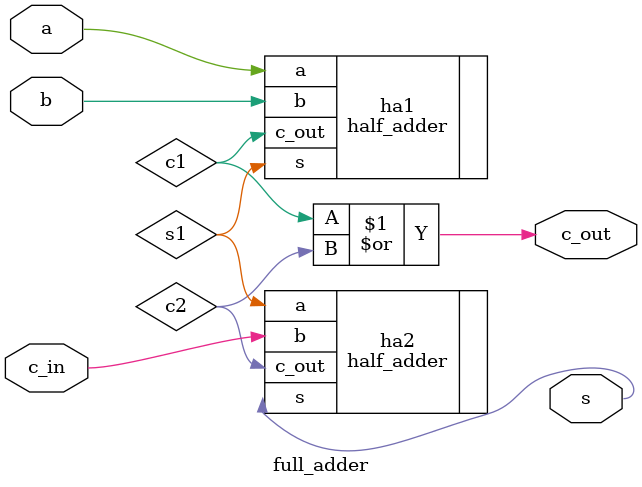
<source format=sv>
module full_adder (
  input logic a,b,c_in,
  output logic c_out, s
);
  logic s1,c1,c2;

  half_adder ha1(
    .a(a), 
    .b(b), 
    .s(s1), 
    .c_out(c1)
  );

  half_adder ha2(
    .a(s1), 
    .b(c_in), 
    .s(s),       
    .c_out(c2)   
  );

  assign c_out = c1 | c2;

endmodule
</source>
